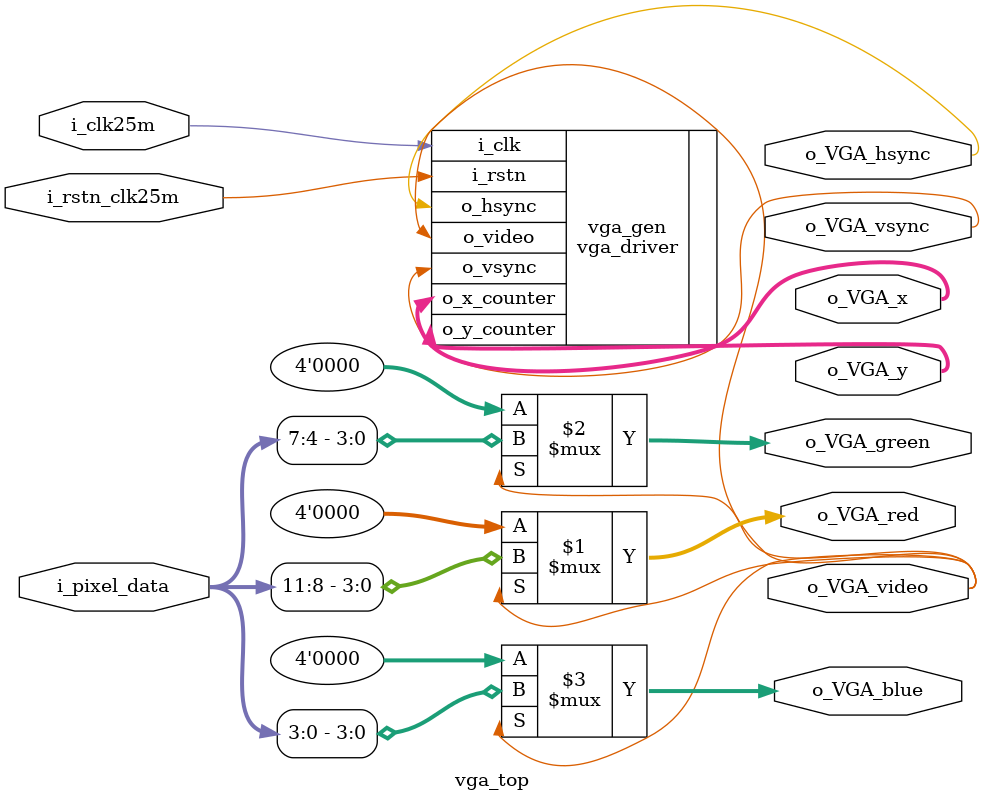
<source format=v>
`timescale 1ns / 1ps
`default_nettype none

module vga_top
(
    input wire          i_clk25m,
    input wire          i_rstn_clk25m,
    input wire [11:0]   i_pixel_data,  
    
    output wire [9:0]   o_VGA_x,
    output wire [9:0]   o_VGA_y,
    output wire         o_VGA_vsync,
    output wire         o_VGA_hsync,
    output wire         o_VGA_video,
    output wire [3:0]   o_VGA_red,
    output wire [3:0]   o_VGA_green,
    output wire [3:0]   o_VGA_blue
);

 
    vga_driver vga_gen
    (
        .i_clk(i_clk25m),
        .i_rstn(i_rstn_clk25m),
        .o_x_counter(o_VGA_x),
        .o_y_counter(o_VGA_y),
        .o_video(o_VGA_video),
        .o_hsync(o_VGA_hsync),
        .o_vsync(o_VGA_vsync)
    );

    assign o_VGA_red   = o_VGA_video ? i_pixel_data[11:8] : 4'h0;
    assign o_VGA_green = o_VGA_video ? i_pixel_data[7:4] : 4'h0;
    assign o_VGA_blue  = o_VGA_video ? i_pixel_data[3:0] : 4'h0;

endmodule

</source>
